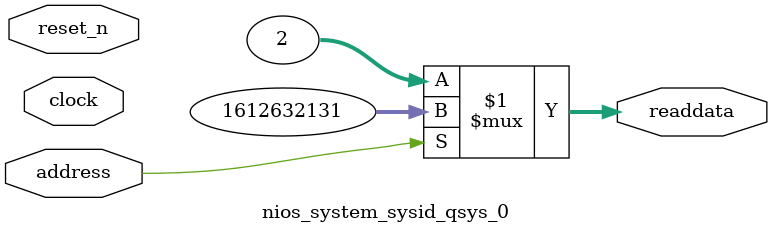
<source format=v>



// synthesis translate_off
`timescale 1ns / 1ps
// synthesis translate_on

// turn off superfluous verilog processor warnings 
// altera message_level Level1 
// altera message_off 10034 10035 10036 10037 10230 10240 10030 

module nios_system_sysid_qsys_0 (
               // inputs:
                address,
                clock,
                reset_n,

               // outputs:
                readdata
             )
;

  output  [ 31: 0] readdata;
  input            address;
  input            clock;
  input            reset_n;

  wire    [ 31: 0] readdata;
  //control_slave, which is an e_avalon_slave
  assign readdata = address ? 1612632131 : 2;

endmodule



</source>
